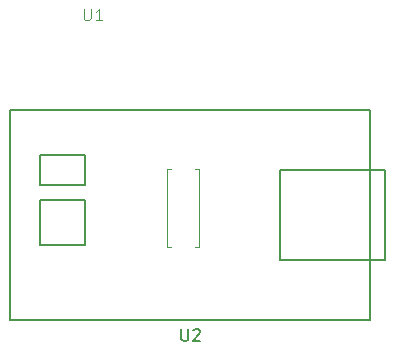
<source format=gbr>
G04 #@! TF.GenerationSoftware,KiCad,Pcbnew,7.0.5-7.0.5~ubuntu20.04.1*
G04 #@! TF.CreationDate,2023-06-26T22:48:21-07:00*
G04 #@! TF.ProjectId,encoder,656e636f-6465-4722-9e6b-696361645f70,rev?*
G04 #@! TF.SameCoordinates,Original*
G04 #@! TF.FileFunction,Legend,Top*
G04 #@! TF.FilePolarity,Positive*
%FSLAX46Y46*%
G04 Gerber Fmt 4.6, Leading zero omitted, Abs format (unit mm)*
G04 Created by KiCad (PCBNEW 7.0.5-7.0.5~ubuntu20.04.1) date 2023-06-26 22:48:21*
%MOMM*%
%LPD*%
G01*
G04 APERTURE LIST*
%ADD10C,0.150000*%
%ADD11C,0.100000*%
%ADD12C,0.120000*%
G04 APERTURE END LIST*
D10*
G04 #@! TO.C,U2*
X79883095Y-59144819D02*
X79883095Y-59954342D01*
X79883095Y-59954342D02*
X79930714Y-60049580D01*
X79930714Y-60049580D02*
X79978333Y-60097200D01*
X79978333Y-60097200D02*
X80073571Y-60144819D01*
X80073571Y-60144819D02*
X80264047Y-60144819D01*
X80264047Y-60144819D02*
X80359285Y-60097200D01*
X80359285Y-60097200D02*
X80406904Y-60049580D01*
X80406904Y-60049580D02*
X80454523Y-59954342D01*
X80454523Y-59954342D02*
X80454523Y-59144819D01*
X80883095Y-59240057D02*
X80930714Y-59192438D01*
X80930714Y-59192438D02*
X81025952Y-59144819D01*
X81025952Y-59144819D02*
X81264047Y-59144819D01*
X81264047Y-59144819D02*
X81359285Y-59192438D01*
X81359285Y-59192438D02*
X81406904Y-59240057D01*
X81406904Y-59240057D02*
X81454523Y-59335295D01*
X81454523Y-59335295D02*
X81454523Y-59430533D01*
X81454523Y-59430533D02*
X81406904Y-59573390D01*
X81406904Y-59573390D02*
X80835476Y-60144819D01*
X80835476Y-60144819D02*
X81454523Y-60144819D01*
D11*
G04 #@! TO.C,U1*
X71628095Y-32017419D02*
X71628095Y-32826942D01*
X71628095Y-32826942D02*
X71675714Y-32922180D01*
X71675714Y-32922180D02*
X71723333Y-32969800D01*
X71723333Y-32969800D02*
X71818571Y-33017419D01*
X71818571Y-33017419D02*
X72009047Y-33017419D01*
X72009047Y-33017419D02*
X72104285Y-32969800D01*
X72104285Y-32969800D02*
X72151904Y-32922180D01*
X72151904Y-32922180D02*
X72199523Y-32826942D01*
X72199523Y-32826942D02*
X72199523Y-32017419D01*
X73199523Y-33017419D02*
X72628095Y-33017419D01*
X72913809Y-33017419D02*
X72913809Y-32017419D01*
X72913809Y-32017419D02*
X72818571Y-32160276D01*
X72818571Y-32160276D02*
X72723333Y-32255514D01*
X72723333Y-32255514D02*
X72628095Y-32303133D01*
D10*
G04 #@! TO.C,U2*
X97155000Y-53340000D02*
X88265000Y-53340000D01*
X97155000Y-45720000D02*
X97155000Y-53340000D01*
X95885000Y-58420000D02*
X65405000Y-58420000D01*
X95885000Y-40640000D02*
X95885000Y-58420000D01*
X88265000Y-53340000D02*
X88265000Y-45720000D01*
X88265000Y-45720000D02*
X97155000Y-45720000D01*
X71755000Y-52070000D02*
X71755000Y-49530000D01*
X71755000Y-49530000D02*
X71755000Y-48260000D01*
X71755000Y-48260000D02*
X67945000Y-48260000D01*
X71755000Y-46990000D02*
X71755000Y-44450000D01*
X71755000Y-44450000D02*
X67945000Y-44450000D01*
X67945000Y-52070000D02*
X71755000Y-52070000D01*
X67945000Y-48260000D02*
X67945000Y-52070000D01*
X67945000Y-46990000D02*
X71755000Y-46990000D01*
X67945000Y-44450000D02*
X67945000Y-46990000D01*
X65405000Y-58420000D02*
X65405000Y-40640000D01*
X65405000Y-40640000D02*
X95885000Y-40640000D01*
D12*
G04 #@! TO.C,R1*
X78640000Y-52165000D02*
X78640000Y-45625000D01*
X78970000Y-52165000D02*
X78640000Y-52165000D01*
X81050000Y-52165000D02*
X81380000Y-52165000D01*
X81380000Y-52165000D02*
X81380000Y-45625000D01*
X78640000Y-45625000D02*
X78970000Y-45625000D01*
X81380000Y-45625000D02*
X81050000Y-45625000D01*
G04 #@! TD*
M02*

</source>
